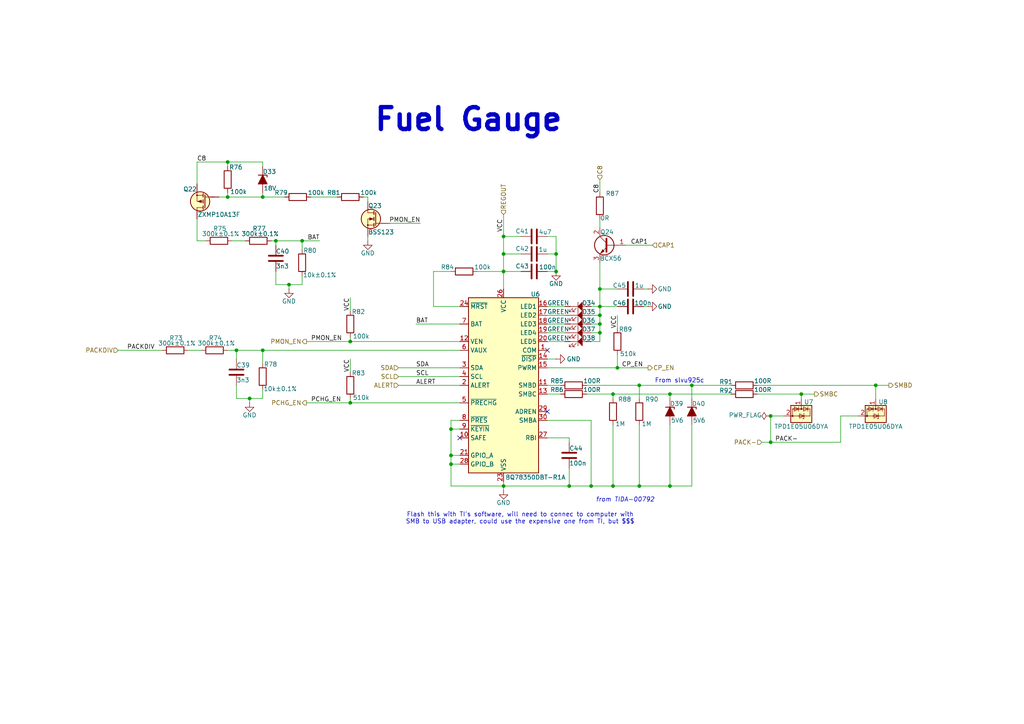
<source format=kicad_sch>
(kicad_sch (version 20250114) (generator "eeschema") (generator_version "9.0")
  (paper "A4")
  (lib_symbols
    (symbol "BSS123_1" (pin_numbers (hide yes)) (pin_names (hide yes))
      (property "Reference" "Q" (at 5.08 1.27 0))
      (property "Value" "BSS123" (at 5.08 -1.27 0))
      (symbol "BSS123_1_0_1"
        (polyline (pts (xy 0.254 1.905) (xy 0.254 -1.905)) (stroke (width 0.254)))
        (polyline (pts (xy 0.254 -1.27) (xy -2.54 -1.27)))
        (polyline (pts (xy 0.762 2.286) (xy 0.762 1.27)) (stroke (width 0.254)))
        (polyline (pts (xy 0.762 0.508) (xy 0.762 -0.508)) (stroke (width 0.254)))
        (polyline (pts (xy 0.762 -1.27) (xy 0.762 -2.286)) (stroke (width 0.254)))
        (polyline (pts (xy 0.762 -1.778) (xy 2.54 -1.778)))
        (polyline (pts (xy 1.016 0) (xy 2.032 0.381) (xy 2.032 -0.381) (xy 1.016 0)) (fill (type outline)))
        (circle (center 1.651 0) (radius 2.794) (stroke (width 0.254)) (fill (type background)))
        (polyline (pts (xy 2.54 2.54) (xy 2.54 1.778)))
        (polyline (pts (xy 2.54 1.778) (xy 0.762 1.778)))
        (circle (center 2.54 -1.778) (radius 0.1778) (fill (type outline)))
        (polyline (pts (xy 2.54 -2.54) (xy 2.54 0) (xy 0.762 0)))
      )
      (symbol "BSS123_1_1_1"
        (pin input line (at -3.81 -1.27 0) (length 2.54) (name "G") (number "1"))
        (pin passive line (at 2.54 5.08 270) (length 2.54) (name "D") (number "3"))
        (pin passive line (at 2.54 -5.08 90) (length 2.54) (name "S") (number "2"))
      )
    )
    (symbol "Battery_Management:BQ78350DBT-R1"
      (property "Reference" "U" (at -10.16 26.67 0))
      (property "Value" "BQ78350DBT-R1" (at 13.97 26.67 0))
      (symbol "BQ78350DBT-R1_0_1"
        (rectangle (start -10.16 25.4) (end 10.16 -25.4) (stroke (width 0.254)) (fill (type background)))
      )
      (symbol "BQ78350DBT-R1_1_1"
        (pin input line (at -12.7 22.86 0) (length 2.54) (name "~{MRST}") (number "24"))
        (pin input line (at -12.7 17.78 0) (length 2.54) (name "BAT") (number "7"))
        (pin open_collector line (at -12.7 12.7 0) (length 2.54) (name "VEN") (number "12"))
        (pin input line (at -12.7 10.16 0) (length 2.54) (name "VAUX") (number "6"))
        (pin bidirectional line (at -12.7 5.08 0) (length 2.54) (name "SDA") (number "3"))
        (pin output line (at -12.7 2.54 0) (length 2.54) (name "SCL") (number "4"))
        (pin bidirectional line (at -12.7 0 0) (length 2.54) (name "ALERT") (number "2"))
        (pin output line (at -12.7 -5.08 0) (length 2.54) (name "~{PRECHG}") (number "5"))
        (pin input line (at -12.7 -10.16 0) (length 2.54) (name "~{PRES}") (number "8"))
        (pin input line (at -12.7 -12.7 0) (length 2.54) (name "~{KEYIN}") (number "9"))
        (pin output line (at -12.7 -15.24 0) (length 2.54) (name "SAFE") (number "10"))
        (pin bidirectional line (at -12.7 -20.32 0) (length 2.54) (name "GPIO_A") (number "21"))
        (pin bidirectional line (at -12.7 -22.86 0) (length 2.54) (name "GPIO_B") (number "28"))
        (pin power_in line (at 0 27.94 270) (length 2.54) (name "VCC") (number "26"))
        (pin passive line (at 0 -27.94 90) (length 2.54) (hide yes) (name "VSS") (number "22"))
        (pin power_in line (at 0 -27.94 90) (length 2.54) (name "VSS") (number "23"))
        (pin passive line (at 0 -27.94 90) (length 2.54) (hide yes) (name "VSS") (number "25"))
        (pin output line (at 12.7 22.86 180) (length 2.54) (name "LED1") (number "16"))
        (pin output line (at 12.7 20.32 180) (length 2.54) (name "LED2") (number "17"))
        (pin output line (at 12.7 17.78 180) (length 2.54) (name "LED3") (number "18"))
        (pin output line (at 12.7 15.24 180) (length 2.54) (name "LED4") (number "19"))
        (pin output line (at 12.7 12.7 180) (length 2.54) (name "LED5") (number "20"))
        (pin open_collector line (at 12.7 10.16 180) (length 2.54) (name "COM") (number "1"))
        (pin input line (at 12.7 7.62 180) (length 2.54) (name "~{DISP}") (number "14"))
        (pin open_collector line (at 12.7 5.08 180) (length 2.54) (name "PWRM") (number "15"))
        (pin bidirectional line (at 12.7 0 180) (length 2.54) (name "SMBD") (number "11"))
        (pin bidirectional line (at 12.7 -2.54 180) (length 2.54) (name "SMBC") (number "13"))
        (pin output line (at 12.7 -7.62 180) (length 2.54) (name "ADREN") (number "29"))
        (pin input line (at 12.7 -10.16 180) (length 2.54) (name "SMBA") (number "30"))
        (pin passive line (at 12.7 -15.24 180) (length 2.54) (name "RBI") (number "27"))
      )
    )
    (symbol "Device:C" (pin_numbers (hide yes)) (pin_names (offset 0.254))
      (property "Reference" "C" (at 0.635 2.54 0))
      (property "Value" "C" (at 0.635 -2.54 0))
      (symbol "C_0_1"
        (polyline (pts (xy -2.032 0.762) (xy 2.032 0.762)) (stroke (width 0.508)))
        (polyline (pts (xy -2.032 -0.762) (xy 2.032 -0.762)) (stroke (width 0.508)))
      )
      (symbol "C_1_1"
        (pin passive line (at 0 3.81 270) (length 2.794) (name "~") (number "1"))
        (pin passive line (at 0 -3.81 90) (length 2.794) (name "~") (number "2"))
      )
    )
    (symbol "Device:D_Zener_Filled" (pin_numbers (hide yes)) (pin_names (offset 1.016) (hide yes))
      (property "Reference" "D" (at 0 2.54 0))
      (property "Value" "D_Zener_Filled" (at 0 -2.54 0))
      (symbol "D_Zener_Filled_0_1"
        (polyline (pts (xy -1.27 -1.27) (xy -1.27 1.27) (xy -0.762 1.27)) (stroke (width 0.254)))
        (polyline (pts (xy 1.27 0) (xy -1.27 0)))
        (polyline (pts (xy 1.27 -1.27) (xy 1.27 1.27) (xy -1.27 0) (xy 1.27 -1.27)) (stroke (width 0.254)) (fill (type outline)))
      )
      (symbol "D_Zener_Filled_1_1"
        (pin passive line (at -3.81 0 0) (length 2.54) (name "K") (number "1"))
        (pin passive line (at 3.81 0 180) (length 2.54) (name "A") (number "2"))
      )
    )
    (symbol "Device:R" (pin_numbers (hide yes)) (pin_names (offset 0))
      (property "Reference" "R" (at 2.032 0 90))
      (property "Value" "R" (at 0 0 90))
      (symbol "R_0_1"
        (rectangle (start -1.016 -2.54) (end 1.016 2.54) (stroke (width 0.254)))
      )
      (symbol "R_1_1"
        (pin passive line (at 0 3.81 270) (length 1.27) (name "~") (number "1"))
        (pin passive line (at 0 -3.81 90) (length 1.27) (name "~") (number "2"))
      )
    )
    (symbol "PCM_4ms_Power-symbol:PWR_FLAG" (power) (pin_numbers (hide yes)) (pin_names (offset 0) (hide yes))
      (property "Value" "PWR_FLAG" (at 0 3.81 0))
      (symbol "PWR_FLAG_0_0"
        (pin power_out line (at 0 0 90) (length 0) (name "pwr") (number "1"))
      )
      (symbol "PWR_FLAG_0_1"
        (polyline (pts (xy 0 0) (xy 0 1.27) (xy -1.016 1.905) (xy 0 2.54) (xy 1.016 1.905) (xy 0 1.27)))
      )
    )
    (symbol "PCM_SL_Devices:LED"
      (property "Reference" "D" (at -0.508 5.334 0))
      (property "Value" "LED" (at -0.508 2.794 0))
      (symbol "LED_0_1"
        (polyline (pts (xy -1.27 0) (xy -2.54 0)))
        (polyline (pts (xy 0 1.27) (xy 0 -1.27)))
        (polyline (pts (xy 0 0) (xy -1.27 -1.27) (xy -1.27 1.27) (xy 0 0) (xy 1.27 0)) (fill (type outline)))
        (polyline (pts (xy 0.508 0.508) (xy 1.524 1.524)))
        (polyline (pts (xy 1.27 0) (xy 2.54 0)))
        (polyline (pts (xy 1.524 1.524) (xy 0.889 1.524)))
        (polyline (pts (xy 1.524 1.524) (xy 1.524 0.889)))
        (polyline (pts (xy 1.524 0.508) (xy 2.54 1.524)))
        (polyline (pts (xy 2.54 1.524) (xy 1.905 1.524)))
        (polyline (pts (xy 2.54 1.524) (xy 2.54 0.889)))
      )
      (symbol "LED_1_1"
        (pin passive line (at -3.81 0 0) (length 1.5) (name "") (number "2"))
        (pin passive line (at 3.81 0 180) (length 1.5) (name "~") (number "1"))
      )
    )
    (symbol "Power_Protection:TPD1E05U06DYA" (pin_names (offset 0) (hide yes))
      (property "Reference" "U" (at -2.54 3.175 0))
      (property "Value" "TPD1E05U06DYA" (at 1.27 3.175 0))
      (symbol "TPD1E05U06DYA_0_1"
        (rectangle (start -3.048 1.905) (end 3.048 -3.048) (stroke (width 0.254)) (fill (type background)))
        (polyline (pts (xy -2.54 -2.032) (xy -2.54 0)))
        (polyline (pts (xy -1.905 -2.032) (xy -0.635 -1.397) (xy -0.635 -2.667) (xy -1.905 -2.032)))
        (polyline (pts (xy -1.905 -2.667) (xy -1.905 -1.397)))
        (polyline (pts (xy -1.016 0) (xy -2.54 0)))
        (polyline (pts (xy -0.762 0.762) (xy -0.762 0.762)))
        (polyline (pts (xy -0.762 0) (xy 0.508 0.635) (xy 0.508 -0.635) (xy -0.762 0)))
        (polyline (pts (xy -0.762 -0.762) (xy -0.762 0.762)))
        (polyline (pts (xy -0.635 -2.032) (xy -2.54 -2.032)))
        (polyline (pts (xy -0.635 -2.032) (xy 0.635 -2.032)))
        (polyline (pts (xy -0.381 0.762) (xy -0.762 0.762)))
        (circle (center 0 -2.032) (radius 0.2032) (fill (type outline)))
        (polyline (pts (xy 0 -2.54) (xy 0 -2.032)))
        (polyline (pts (xy 0.762 -2.032) (xy 2.032 -1.397) (xy 2.032 -2.667) (xy 0.762 -2.032)))
        (polyline (pts (xy 0.762 -2.667) (xy 0.762 -1.397)))
        (polyline (pts (xy 0.889 0) (xy -1.016 0)))
        (polyline (pts (xy 0.889 0) (xy -1.016 0)))
        (polyline (pts (xy 0.889 0) (xy 2.54 0)))
        (circle (center 2.54 0) (radius 0.2032) (fill (type outline)))
        (polyline (pts (xy 2.54 -2.032) (xy 0.635 -2.032)))
        (polyline (pts (xy 2.54 -2.032) (xy 0.635 -2.032)))
        (polyline (pts (xy 2.54 -2.032) (xy 2.54 0)))
      )
      (symbol "TPD1E05U06DYA_1_1"
        (pin passive line (at 0 -5.08 90) (length 2.54) (name "I/O") (number "1"))
        (pin power_in line (at 5.08 0 180) (length 2.54) (name "GND") (number "2"))
      )
    )
    (symbol "Transistor_BJT:BCX56" (pin_names (offset 0) (hide yes))
      (property "Reference" "Q" (at 5.08 1.905 0))
      (property "Value" "BCX56" (at 5.08 0 0))
      (symbol "BCX56_0_1"
        (polyline (pts (xy -2.54 0) (xy 0.635 0)))
        (polyline (pts (xy 0.635 1.905) (xy 0.635 -1.905)) (stroke (width 0.508)))
        (circle (center 1.27 0) (radius 2.8194) (stroke (width 0.254)))
      )
      (symbol "BCX56_1_1"
        (polyline (pts (xy 0.635 0.635) (xy 2.54 2.54)))
        (polyline (pts (xy 0.635 -0.635) (xy 2.54 -2.54)))
        (polyline (pts (xy 1.27 -1.778) (xy 1.778 -1.27) (xy 2.286 -2.286) (xy 1.27 -1.778)) (fill (type outline)))
        (pin input line (at -5.08 0 0) (length 2.54) (name "B") (number "1"))
        (pin passive line (at 2.54 5.08 270) (length 2.54) (name "C") (number "2"))
        (pin passive line (at 2.54 -5.08 90) (length 2.54) (name "E") (number "3"))
      )
    )
    (symbol "ZXMP10A13F_2" (pin_numbers (hide yes)) (pin_names (hide yes))
      (property "Reference" "Q" (at 5.08 1.27 0))
      (property "Value" "ZXMP10A13F" (at 5.08 -1.27 0))
      (symbol "ZXMP10A13F_2_0_1"
        (polyline (pts (xy 0.254 1.27) (xy -2.54 1.27)))
        (polyline (pts (xy 0.254 -1.905) (xy 0.254 1.905)) (stroke (width 0.254)))
        (polyline (pts (xy 0.762 1.778) (xy 2.54 1.778)))
        (polyline (pts (xy 0.762 1.27) (xy 0.762 2.286)) (stroke (width 0.254)))
        (polyline (pts (xy 0.762 -0.508) (xy 0.762 0.508)) (stroke (width 0.254)))
        (polyline (pts (xy 0.762 -1.778) (xy 2.54 -1.778)))
        (polyline (pts (xy 0.762 -2.286) (xy 0.762 -1.27)) (stroke (width 0.254)))
        (polyline (pts (xy 2.286 0) (xy 1.27 -0.381) (xy 1.27 0.381) (xy 2.286 0)) (fill (type outline)))
        (polyline (pts (xy 2.54 2.54) (xy 2.54 0) (xy 0.762 0)))
        (polyline (pts (xy 2.54 -2.54) (xy 2.54 -1.778)))
      )
      (symbol "ZXMP10A13F_2_1_1"
        (circle (center 1.651 0) (radius 2.794) (stroke (width 0.254)) (fill (type background)))
        (circle (center 2.54 1.778) (radius 0.1778) (fill (type outline)))
        (pin input line (at -3.81 1.27 0) (length 2.54) (name "G") (number "1"))
        (pin passive line (at 2.54 5.08 270) (length 2.54) (name "S") (number "2"))
        (pin passive line (at 2.54 -5.08 90) (length 2.54) (name "D") (number "3"))
      )
    )
    (symbol "power:GND" (power) (pin_numbers (hide yes)) (pin_names (offset 0) (hide yes))
      (property "Value" "GND" (at 0 -3.81 0))
      (symbol "GND_0_1"
        (polyline (pts (xy 0 0) (xy 0 -1.27) (xy 1.27 -1.27) (xy 0 -2.54) (xy -1.27 -1.27) (xy 0 -1.27)))
      )
      (symbol "GND_1_1"
        (pin power_in line (at 0 0 270) (length 0) (name "~") (number "1"))
      )
    )
  )
  (text "Fuel Gauge" (at 135.89 34.798 0) (effects (font (size 6.35 6.35) (thickness 1.27) (bold yes))))
  (text "Flash this with TI's software, will need to connec to computer with\nSMB to USB adapter, could use the expensive one from TI, but $$$" (at 150.876 150.368 0) (effects (font (size 1.27 1.27))))
  (text "From slvu925c" (at 197.104 110.49 0) (effects (font (size 1.27 1.27))))
  (text "from TIDA-00792" (at 181.356 145.034 0) (effects (font (size 1.27 1.27) (italic yes))))
  (junction (at 146.05 73.66))
  (junction (at 83.82 82.55))
  (junction (at 173.99 83.82))
  (junction (at 185.42 140.97))
  (junction (at 161.29 78.74))
  (junction (at 130.81 134.62))
  (junction (at 101.6 99.06))
  (junction (at 80.01 69.85))
  (junction (at 101.6 116.84))
  (junction (at 173.99 88.9))
  (junction (at 254 111.76))
  (junction (at 87.63 69.85))
  (junction (at 72.39 115.57))
  (junction (at 146.05 78.74))
  (junction (at 177.8 140.97))
  (junction (at 76.2 101.6))
  (junction (at 146.05 140.97))
  (junction (at 177.8 114.3))
  (junction (at 68.58 101.6))
  (junction (at 161.29 73.66))
  (junction (at 130.81 124.46))
  (junction (at 146.05 68.58))
  (junction (at 173.99 93.98))
  (junction (at 200.66 111.76))
  (junction (at 194.31 114.3))
  (junction (at 173.99 91.44))
  (junction (at 66.04 46.99))
  (junction (at 223.52 120.65))
  (junction (at 223.52 128.27))
  (junction (at 171.45 140.97))
  (junction (at 165.1 140.97))
  (junction (at 194.31 140.97))
  (junction (at 76.2 57.15))
  (junction (at 232.41 114.3))
  (junction (at 66.04 57.15))
  (junction (at 179.07 106.68))
  (junction (at 130.81 132.08))
  (junction (at 173.99 96.52))
  (junction (at 185.42 111.76))
  (no_connect (at 158.75 101.6))
  (no_connect (at 133.35 127))
  (no_connect (at 158.75 119.38))
  (wire (pts (xy 34.29 101.6) (xy 46.99 101.6)))
  (wire (pts (xy 88.9 99.06) (xy 101.6 99.06)))
  (wire (pts (xy 173.99 63.5) (xy 173.99 66.04)))
  (wire (pts (xy 101.6 99.06) (xy 133.35 99.06)))
  (wire (pts (xy 115.57 109.22) (xy 133.35 109.22)))
  (wire (pts (xy 101.6 97.79) (xy 101.6 99.06)))
  (wire (pts (xy 130.81 134.62) (xy 130.81 140.97)))
  (wire (pts (xy 66.04 46.99) (xy 57.15 46.99)))
  (wire (pts (xy 200.66 111.76) (xy 212.09 111.76)))
  (wire (pts (xy 161.29 68.58) (xy 161.29 73.66)))
  (wire (pts (xy 173.99 99.06) (xy 173.99 96.52)))
  (wire (pts (xy 125.73 78.74) (xy 125.73 88.9)))
  (wire (pts (xy 66.04 57.15) (xy 76.2 57.15)))
  (wire (pts (xy 76.2 48.26) (xy 76.2 46.99)))
  (wire (pts (xy 80.01 78.74) (xy 80.01 82.55)))
  (wire (pts (xy 106.68 57.15) (xy 106.68 58.42)))
  (wire (pts (xy 171.45 93.98) (xy 173.99 93.98)))
  (wire (pts (xy 57.15 63.5) (xy 57.15 69.85)))
  (wire (pts (xy 158.75 68.58) (xy 161.29 68.58)))
  (wire (pts (xy 173.99 83.82) (xy 179.07 83.82)))
  (wire (pts (xy 254 111.76) (xy 257.81 111.76)))
  (wire (pts (xy 171.45 140.97) (xy 177.8 140.97)))
  (wire (pts (xy 146.05 62.23) (xy 146.05 68.58)))
  (wire (pts (xy 177.8 114.3) (xy 177.8 115.57)))
  (wire (pts (xy 158.75 106.68) (xy 179.07 106.68)))
  (wire (pts (xy 177.8 114.3) (xy 194.31 114.3)))
  (wire (pts (xy 173.99 88.9) (xy 179.07 88.9)))
  (wire (pts (xy 101.6 116.84) (xy 133.35 116.84)))
  (wire (pts (xy 171.45 96.52) (xy 173.99 96.52)))
  (wire (pts (xy 87.63 80.01) (xy 87.63 82.55)))
  (wire (pts (xy 186.69 83.82) (xy 187.96 83.82)))
  (wire (pts (xy 170.18 114.3) (xy 177.8 114.3)))
  (wire (pts (xy 130.81 124.46) (xy 130.81 132.08)))
  (wire (pts (xy 130.81 140.97) (xy 146.05 140.97)))
  (wire (pts (xy 68.58 115.57) (xy 72.39 115.57)))
  (wire (pts (xy 161.29 73.66) (xy 161.29 78.74)))
  (wire (pts (xy 68.58 101.6) (xy 76.2 101.6)))
  (wire (pts (xy 80.01 82.55) (xy 83.82 82.55)))
  (wire (pts (xy 219.71 114.3) (xy 232.41 114.3)))
  (wire (pts (xy 68.58 101.6) (xy 68.58 104.14)))
  (wire (pts (xy 115.57 106.68) (xy 133.35 106.68)))
  (wire (pts (xy 194.31 140.97) (xy 200.66 140.97)))
  (wire (pts (xy 158.75 99.06) (xy 163.83 99.06)))
  (wire (pts (xy 101.6 86.36) (xy 101.6 90.17)))
  (wire (pts (xy 54.61 101.6) (xy 58.42 101.6)))
  (wire (pts (xy 179.07 95.25) (xy 179.07 91.44)))
  (wire (pts (xy 185.42 111.76) (xy 200.66 111.76)))
  (wire (pts (xy 243.84 120.65) (xy 248.92 120.65)))
  (wire (pts (xy 146.05 78.74) (xy 151.13 78.74)))
  (wire (pts (xy 76.2 101.6) (xy 76.2 105.41)))
  (wire (pts (xy 130.81 121.92) (xy 130.81 124.46)))
  (wire (pts (xy 146.05 68.58) (xy 146.05 73.66)))
  (wire (pts (xy 158.75 91.44) (xy 163.83 91.44)))
  (wire (pts (xy 146.05 140.97) (xy 165.1 140.97)))
  (wire (pts (xy 186.69 88.9) (xy 187.96 88.9)))
  (wire (pts (xy 165.1 135.89) (xy 165.1 140.97)))
  (wire (pts (xy 179.07 106.68) (xy 187.96 106.68)))
  (wire (pts (xy 72.39 115.57) (xy 72.39 116.84)))
  (wire (pts (xy 125.73 78.74) (xy 130.81 78.74)))
  (wire (pts (xy 101.6 104.14) (xy 101.6 107.95)))
  (wire (pts (xy 219.71 111.76) (xy 254 111.76)))
  (wire (pts (xy 194.31 114.3) (xy 194.31 115.57)))
  (wire (pts (xy 185.42 111.76) (xy 185.42 115.57)))
  (wire (pts (xy 223.52 128.27) (xy 243.84 128.27)))
  (wire (pts (xy 66.04 55.88) (xy 66.04 57.15)))
  (wire (pts (xy 106.68 68.58) (xy 106.68 69.85)))
  (wire (pts (xy 158.75 121.92) (xy 171.45 121.92)))
  (wire (pts (xy 243.84 120.65) (xy 243.84 128.27)))
  (wire (pts (xy 173.99 96.52) (xy 173.99 93.98)))
  (wire (pts (xy 171.45 91.44) (xy 173.99 91.44)))
  (wire (pts (xy 158.75 114.3) (xy 162.56 114.3)))
  (wire (pts (xy 158.75 96.52) (xy 163.83 96.52)))
  (wire (pts (xy 223.52 120.65) (xy 223.52 128.27)))
  (wire (pts (xy 146.05 68.58) (xy 151.13 68.58)))
  (wire (pts (xy 173.99 52.07) (xy 173.99 55.88)))
  (wire (pts (xy 171.45 88.9) (xy 173.99 88.9)))
  (wire (pts (xy 170.18 111.76) (xy 185.42 111.76)))
  (wire (pts (xy 76.2 57.15) (xy 82.55 57.15)))
  (wire (pts (xy 158.75 127) (xy 165.1 127)))
  (wire (pts (xy 173.99 83.82) (xy 173.99 88.9)))
  (wire (pts (xy 158.75 78.74) (xy 161.29 78.74)))
  (wire (pts (xy 146.05 78.74) (xy 146.05 83.82)))
  (wire (pts (xy 83.82 82.55) (xy 87.63 82.55)))
  (wire (pts (xy 220.98 128.27) (xy 223.52 128.27)))
  (wire (pts (xy 158.75 93.98) (xy 163.83 93.98)))
  (wire (pts (xy 66.04 46.99) (xy 66.04 48.26)))
  (wire (pts (xy 76.2 101.6) (xy 133.35 101.6)))
  (wire (pts (xy 227.33 120.65) (xy 223.52 120.65)))
  (wire (pts (xy 173.99 91.44) (xy 173.99 88.9)))
  (wire (pts (xy 78.74 69.85) (xy 80.01 69.85)))
  (wire (pts (xy 185.42 123.19) (xy 185.42 140.97)))
  (wire (pts (xy 194.31 114.3) (xy 212.09 114.3)))
  (wire (pts (xy 173.99 93.98) (xy 173.99 91.44)))
  (wire (pts (xy 90.17 57.15) (xy 97.79 57.15)))
  (wire (pts (xy 130.81 132.08) (xy 133.35 132.08)))
  (wire (pts (xy 63.5 57.15) (xy 66.04 57.15)))
  (wire (pts (xy 115.57 111.76) (xy 133.35 111.76)))
  (wire (pts (xy 57.15 69.85) (xy 59.69 69.85)))
  (wire (pts (xy 254 111.76) (xy 254 115.57)))
  (wire (pts (xy 232.41 114.3) (xy 232.41 115.57)))
  (wire (pts (xy 146.05 139.7) (xy 146.05 140.97)))
  (wire (pts (xy 68.58 111.76) (xy 68.58 115.57)))
  (wire (pts (xy 171.45 121.92) (xy 171.45 140.97)))
  (wire (pts (xy 179.07 102.87) (xy 179.07 106.68)))
  (wire (pts (xy 232.41 114.3) (xy 236.22 114.3)))
  (wire (pts (xy 130.81 132.08) (xy 130.81 134.62)))
  (wire (pts (xy 146.05 73.66) (xy 146.05 78.74)))
  (wire (pts (xy 87.63 69.85) (xy 87.63 72.39)))
  (wire (pts (xy 76.2 46.99) (xy 66.04 46.99)))
  (wire (pts (xy 138.43 78.74) (xy 146.05 78.74)))
  (wire (pts (xy 158.75 104.14) (xy 161.29 104.14)))
  (wire (pts (xy 177.8 123.19) (xy 177.8 140.97)))
  (wire (pts (xy 57.15 46.99) (xy 57.15 53.34)))
  (wire (pts (xy 88.9 116.84) (xy 101.6 116.84)))
  (wire (pts (xy 189.23 71.12) (xy 181.61 71.12)))
  (wire (pts (xy 158.75 73.66) (xy 161.29 73.66)))
  (wire (pts (xy 125.73 88.9) (xy 133.35 88.9)))
  (wire (pts (xy 200.66 123.19) (xy 200.66 140.97)))
  (wire (pts (xy 105.41 57.15) (xy 106.68 57.15)))
  (wire (pts (xy 80.01 69.85) (xy 80.01 71.12)))
  (wire (pts (xy 146.05 140.97) (xy 146.05 142.24)))
  (wire (pts (xy 113.03 64.77) (xy 121.92 64.77)))
  (wire (pts (xy 158.75 111.76) (xy 162.56 111.76)))
  (wire (pts (xy 130.81 134.62) (xy 133.35 134.62)))
  (wire (pts (xy 165.1 127) (xy 165.1 128.27)))
  (wire (pts (xy 66.04 101.6) (xy 68.58 101.6)))
  (wire (pts (xy 83.82 82.55) (xy 83.82 83.82)))
  (wire (pts (xy 171.45 99.06) (xy 173.99 99.06)))
  (wire (pts (xy 185.42 140.97) (xy 194.31 140.97)))
  (wire (pts (xy 120.65 93.98) (xy 133.35 93.98)))
  (wire (pts (xy 76.2 55.88) (xy 76.2 57.15)))
  (wire (pts (xy 194.31 123.19) (xy 194.31 140.97)))
  (wire (pts (xy 133.35 124.46) (xy 130.81 124.46)))
  (wire (pts (xy 87.63 69.85) (xy 92.71 69.85)))
  (wire (pts (xy 67.31 69.85) (xy 71.12 69.85)))
  (wire (pts (xy 177.8 140.97) (xy 185.42 140.97)))
  (wire (pts (xy 165.1 140.97) (xy 171.45 140.97)))
  (wire (pts (xy 173.99 76.2) (xy 173.99 83.82)))
  (wire (pts (xy 200.66 111.76) (xy 200.66 115.57)))
  (wire (pts (xy 158.75 88.9) (xy 163.83 88.9)))
  (wire (pts (xy 101.6 115.57) (xy 101.6 116.84)))
  (wire (pts (xy 146.05 73.66) (xy 151.13 73.66)))
  (wire (pts (xy 133.35 121.92) (xy 130.81 121.92)))
  (wire (pts (xy 72.39 115.57) (xy 76.2 115.57)))
  (wire (pts (xy 80.01 69.85) (xy 87.63 69.85)))
  (wire (pts (xy 76.2 113.03) (xy 76.2 115.57)))
  (label "C8" (at 173.99 53.34 270))
  (label "ALERT" (at 120.65 111.76 0))
  (label "VCC" (at 179.07 91.44 270))
  (label "BAT" (at 120.65 93.98 0))
  (label "PMON_EN" (at 121.92 64.77 180))
  (label "C8" (at 57.15 46.99 0))
  (label "VCC" (at 101.6 104.14 270))
  (label "PCHG_EN" (at 90.17 116.84 0))
  (label "VCC" (at 101.6 86.36 270))
  (label "SDA" (at 120.65 106.68 0))
  (label "PACKDIV" (at 36.83 101.6 0))
  (label "VCC" (at 146.05 67.31 90))
  (label "SCL" (at 120.65 109.22 0))
  (label "CAP1" (at 187.96 71.12 180))
  (label "CP_EN" (at 180.34 106.68 0))
  (label "BAT" (at 92.71 69.85 180))
  (label "PMON_EN" (at 90.17 99.06 0))
  (label "PACK-" (at 224.79 128.27 0))
  (hierarchical_label "CP_EN" (shape output) (at 187.96 106.68 0))
  (hierarchical_label "SMBC" (shape output) (at 236.22 114.3 0))
  (hierarchical_label "REGOUT" (shape input) (at 146.05 62.23 90))
  (hierarchical_label "SMBD" (shape output) (at 257.81 111.76 0))
  (hierarchical_label "PACK-" (shape input) (at 220.98 128.27 180))
  (hierarchical_label "PMON_EN" (shape output) (at 88.9 99.06 180))
  (hierarchical_label "PACKDIV" (shape input) (at 34.29 101.6 180))
  (hierarchical_label "ALERT" (shape input) (at 115.57 111.76 180))
  (hierarchical_label "CAP1" (shape input) (at 189.23 71.12 0))
  (hierarchical_label "PCHG_EN" (shape output) (at 88.9 116.84 180))
  (hierarchical_label "C8" (shape input) (at 173.99 52.07 90))
  (hierarchical_label "SDA" (shape input) (at 115.57 106.68 180))
  (hierarchical_label "SCL" (shape input) (at 115.57 109.22 180))
  (symbol (lib_id "power:GND") (at 187.96 88.9 90) (mirror x) (unit 1)
    (property "Reference" "#PWR042" (effects (hide yes)))
    (property "Value" "GND" (at 190.754 88.9 90) (effects (justify right)))
    (property "Description" "Power symbol creates a global label with name \"GND\" , ground" (effects (hide yes)))
  )
  (symbol (lib_id "Device:R") (at 50.8 101.6 90) (unit 1)
    (property "Reference" "R73" (at 51.054 98.044 90))
    (property "Value" "300k±0.1%" (at 51.308 99.568 90))
    (property "Description" "Resistor" (effects (hide yes)))
  )
  (symbol (lib_id "Device:D_Zener_Filled") (at 200.66 119.38 270) (unit 1)
    (property "Reference" "D40" (at 200.66 117.094 90) (effects (justify left)))
    (property "Value" "5V6" (at 200.914 121.92 90) (effects (justify left)))
    (property "Description" "Zener diode, filled shape" (effects (hide yes)))
  )
  (symbol (lib_id "Battery_Management:BQ78350DBT-R1") (at 146.05 111.76 0) (unit 1)
    (property "Reference" "U6" (at 153.924 85.344 0) (effects (justify left)))
    (property "Value" "BQ78350DBT-R1A" (at 146.558 138.43 0) (effects (justify left)))
    (property "Footprint" "Package_SO:TSSOP-30_4.4x7.8mm_P0.5mm" (effects (hide yes)))
    (property "Datasheet" "http://www.ti.com/lit/ds/symlink/bq78350-r1.pdf" (effects (hide yes)))
    (property "Description" "Lithium battery fuel gauge, battery management controller for BQ769x0, TSSOP-30" (effects (hide yes)))
  )
  (symbol (lib_id "Device:C") (at 165.1 132.08 0) (unit 1)
    (property "Reference" "C44" (at 165.1 130.048 0) (effects (justify left)))
    (property "Value" "100n" (at 165.1 134.366 0) (effects (justify left)))
    (property "Description" "Unpolarized capacitor" (effects (hide yes)))
  )
  (symbol (lib_id "Device:R") (at 101.6 57.15 90) (unit 1)
    (property "Reference" "R81" (at 96.774 55.88 90))
    (property "Value" "100k" (at 106.934 55.88 90))
    (property "Description" "Resistor" (effects (hide yes)))
  )
  (symbol (lib_id "Device:C") (at 154.94 68.58 90) (unit 1)
    (property "Reference" "C41" (at 153.416 67.056 90) (effects (justify left)))
    (property "Value" "4u7" (at 160.02 67.31 90) (effects (justify left)))
    (property "Description" "Unpolarized capacitor" (effects (hide yes)))
  )
  (symbol (lib_id "Power_Protection:TPD1E05U06DYA") (at 232.41 120.65 180) (unit 1)
    (property "Reference" "U7" (at 233.172 116.586 0) (effects (justify right)))
    (property "Value" "TPD1E05U06DYA" (at 224.536 123.698 0) (effects (justify right)))
    (property "Footprint" "Diode_SMD:D_SOD-523" (effects (hide yes)))
    (property "Datasheet" "https://www.ti.com/lit/ds/symlink/tpd1e05u06.pdf" (effects (hide yes)))
    (property "Description" "1-Channel ESD Protection for Super-Speed USB 3.0 Interface, SOD-523" (effects (hide yes)))
  )
  (symbol (lib_id "Device:R") (at 86.36 57.15 90) (unit 1)
    (property "Reference" "R79" (at 81.534 55.88 90))
    (property "Value" "100k" (at 91.694 55.88 90))
    (property "Description" "Resistor" (effects (hide yes)))
  )
  (symbol (lib_id "Device:R") (at 74.93 69.85 90) (unit 1)
    (property "Reference" "R77" (at 75.184 66.294 90))
    (property "Value" "300k±0.1%" (at 75.438 67.818 90))
    (property "Description" "Resistor" (effects (hide yes)))
  )
  (symbol (lib_id "power:GND") (at 161.29 78.74 0) (unit 1)
    (property "Reference" "#PWR039" (effects (hide yes)))
    (property "Value" "GND" (at 163.322 82.296 0) (effects (justify right)))
    (property "Description" "Power symbol creates a global label with name \"GND\" , ground" (effects (hide yes)))
  )
  (symbol (lib_id "PCM_SL_Devices:LED") (at 167.64 91.44 180) (unit 1)
    (property "Reference" "D35" (at 172.72 90.424 0) (effects (justify left)))
    (property "Value" "GREEN" (at 165.1 90.424 0) (effects (justify left)))
    (property "Footprint" "PCM_Diode_SMD_AKL:D_0805_2012Metric" (effects (hide yes)))
    (property "Description" "Common 5mm diameter LED" (effects (hide yes)))
  )
  (symbol (lib_id "Device:C") (at 182.88 88.9 90) (unit 1)
    (property "Reference" "C46" (at 181.61 87.884 90) (effects (justify left)))
    (property "Value" "100n" (at 188.976 87.884 90) (effects (justify left)))
    (property "Description" "Unpolarized capacitor" (effects (hide yes)))
  )
  (symbol (lib_id "Device:R") (at 173.99 59.69 180) (unit 1)
    (property "Reference" "R87" (at 179.578 56.134 0) (effects (justify left)))
    (property "Value" "0R" (at 176.784 63.246 0) (effects (justify left)))
    (property "Description" "Resistor" (effects (hide yes)))
  )
  (symbol (lib_id "Device:C") (at 68.58 107.95 0) (unit 1)
    (property "Reference" "C39" (at 68.58 105.918 0) (effects (justify left)))
    (property "Value" "3n3" (at 68.58 110.236 0) (effects (justify left)))
    (property "Description" "Unpolarized capacitor" (effects (hide yes)))
  )
  (symbol (lib_id "Device:R") (at 166.37 111.76 90) (unit 1)
    (property "Reference" "R85" (at 161.544 110.49 90))
    (property "Value" "100R" (at 171.704 110.49 90))
    (property "Description" "Resistor" (effects (hide yes)))
  )
  (symbol (lib_id "Device:R") (at 101.6 111.76 180) (unit 1)
    (property "Reference" "R83" (at 105.918 108.204 0) (effects (justify left)))
    (property "Value" "510k" (at 107.188 115.316 0) (effects (justify left)))
    (property "Description" "Resistor" (effects (hide yes)))
  )
  (symbol (lib_id "Device:R") (at 87.63 76.2 180) (unit 1)
    (property "Reference" "R80" (at 89.916 72.644 0))
    (property "Value" "10k±0.1%" (at 92.71 79.756 0))
    (property "Description" "Resistor" (effects (hide yes)))
  )
  (symbol (lib_id "Device:R") (at 76.2 109.22 180) (unit 1)
    (property "Reference" "R78" (at 78.486 105.664 0))
    (property "Value" "10k±0.1%" (at 81.28 112.776 0))
    (property "Description" "Resistor" (effects (hide yes)))
  )
  (symbol (lib_id "power:GND") (at 106.68 69.85 0) (unit 1)
    (property "Reference" "#PWR037" (effects (hide yes)))
    (property "Value" "GND" (at 108.712 73.406 0) (effects (justify right)))
    (property "Description" "Power symbol creates a global label with name \"GND\" , ground" (effects (hide yes)))
  )
  (symbol (lib_id "Device:R") (at 134.62 78.74 90) (unit 1)
    (property "Reference" "R84" (at 129.794 77.47 90))
    (property "Value" "100k" (at 139.954 77.47 90))
    (property "Description" "Resistor" (effects (hide yes)))
  )
  (symbol (lib_id "Device:R") (at 177.8 119.38 180) (unit 1)
    (property "Reference" "R88" (at 183.134 115.824 0) (effects (justify left)))
    (property "Value" "1M" (at 181.356 122.936 0) (effects (justify left)))
    (property "Description" "Resistor" (effects (hide yes)))
  )
  (symbol (lib_id "Device:D_Zener_Filled") (at 194.31 119.38 270) (unit 1)
    (property "Reference" "D39" (at 194.31 117.094 90) (effects (justify left)))
    (property "Value" "5V6" (at 194.564 121.92 90) (effects (justify left)))
    (property "Description" "Zener diode, filled shape" (effects (hide yes)))
  )
  (symbol (lib_id "PCM_SL_Devices:LED") (at 167.64 96.52 180) (unit 1)
    (property "Reference" "D37" (at 172.72 95.504 0) (effects (justify left)))
    (property "Value" "GREEN" (at 165.1 95.504 0) (effects (justify left)))
    (property "Footprint" "PCM_Diode_SMD_AKL:D_0805_2012Metric" (effects (hide yes)))
    (property "Description" "Common 5mm diameter LED" (effects (hide yes)))
  )
  (symbol (lib_id "PCM_4ms_Power-symbol:PWR_FLAG") (at 223.52 120.65 90) (unit 1)
    (property "Reference" "#FLG06" (effects (hide yes)))
    (property "Value" "PWR_FLAG" (at 220.98 120.396 90) (effects (justify left)))
  )
  (symbol (lib_id "Power_Protection:TPD1E05U06DYA") (at 254 120.65 180) (unit 1)
    (property "Reference" "U8" (at 254.762 116.586 0) (effects (justify right)))
    (property "Value" "TPD1E05U06DYA" (at 246.126 123.698 0) (effects (justify right)))
    (property "Footprint" "Diode_SMD:D_SOD-523" (effects (hide yes)))
    (property "Datasheet" "https://www.ti.com/lit/ds/symlink/tpd1e05u06.pdf" (effects (hide yes)))
    (property "Description" "1-Channel ESD Protection for Super-Speed USB 3.0 Interface, SOD-523" (effects (hide yes)))
  )
  (symbol (lib_id "PCM_SL_Devices:LED") (at 167.64 88.9 180) (unit 1)
    (property "Reference" "D34" (at 172.72 87.884 0) (effects (justify left)))
    (property "Value" "GREEN" (at 165.1 87.884 0) (effects (justify left)))
    (property "Footprint" "PCM_Diode_SMD_AKL:D_0805_2012Metric" (effects (hide yes)))
    (property "Description" "Common 5mm diameter LED" (effects (hide yes)))
  )
  (symbol (lib_id "Transistor_BJT:BCX56") (at 176.53 71.12 0) (mirror y) (unit 1)
    (property "Reference" "Q24" (at 178.054 67.31 0) (effects (justify left)))
    (property "Value" "BCX56" (at 180.34 74.93 0) (effects (justify left)))
    (property "Footprint" "Package_TO_SOT_SMD:SOT-89-3" (effects (hide yes)))
    (property "Datasheet" "https://www.nxp.com/docs/en/data-sheet/BCP56_BCX56_BC56PA.pdf" (effects (hide yes)))
    (property "Description" "1A Ic, 80V Vce, NPN Medium Power Transistor, SOT-89" (effects (hide yes)))
  )
  (symbol (lib_id "Device:D_Zener_Filled") (at 76.2 52.07 270) (unit 1)
    (property "Reference" "D33" (at 76.2 49.784 90) (effects (justify left)))
    (property "Value" "18V" (at 76.454 54.61 90) (effects (justify left)))
    (property "Description" "Zener diode, filled shape" (effects (hide yes)))
  )
  (symbol (lib_id "Device:C") (at 80.01 74.93 0) (unit 1)
    (property "Reference" "C40" (at 80.01 72.898 0) (effects (justify left)))
    (property "Value" "3n3" (at 80.01 77.216 0) (effects (justify left)))
    (property "Description" "Unpolarized capacitor" (effects (hide yes)))
  )
  (symbol (lib_id "Device:C") (at 154.94 73.66 90) (unit 1)
    (property "Reference" "C42" (at 153.416 72.136 90) (effects (justify left)))
    (property "Value" "1u" (at 158.75 72.39 90) (effects (justify left)))
    (property "Description" "Unpolarized capacitor" (effects (hide yes)))
  )
  (symbol (lib_id "Device:R") (at 63.5 69.85 90) (unit 1)
    (property "Reference" "R75" (at 63.754 66.294 90))
    (property "Value" "300k±0.1%" (at 64.008 67.818 90))
    (property "Description" "Resistor" (effects (hide yes)))
  )
  (symbol (lib_id "Device:R") (at 166.37 114.3 90) (unit 1)
    (property "Reference" "R86" (at 161.544 113.03 90))
    (property "Value" "100R" (at 171.704 113.03 90))
    (property "Description" "Resistor" (effects (hide yes)))
  )
  (symbol (lib_id "power:GND") (at 146.05 142.24 0) (unit 1)
    (property "Reference" "#PWR038" (effects (hide yes)))
    (property "Value" "GND" (at 148.082 145.796 0) (effects (justify right)))
    (property "Description" "Power symbol creates a global label with name \"GND\" , ground" (effects (hide yes)))
  )
  (symbol (lib_id "power:GND") (at 161.29 104.14 90) (unit 1)
    (property "Reference" "#PWR040" (effects (hide yes)))
    (property "Value" "GND" (at 164.338 104.14 90) (effects (justify right)))
    (property "Description" "Power symbol creates a global label with name \"GND\" , ground" (effects (hide yes)))
  )
  (symbol (lib_id "Device:R") (at 66.04 52.07 180) (unit 1)
    (property "Reference" "R76" (at 70.358 48.514 0) (effects (justify left)))
    (property "Value" "100k" (at 71.628 55.626 0) (effects (justify left)))
    (property "Description" "Resistor" (effects (hide yes)))
  )
  (symbol (lib_id "Device:C") (at 154.94 78.74 90) (unit 1)
    (property "Reference" "C43" (at 153.416 77.216 90) (effects (justify left)))
    (property "Value" "100n" (at 161.29 77.47 90) (effects (justify left)))
    (property "Description" "Unpolarized capacitor" (effects (hide yes)))
  )
  (symbol (lib_id "Device:R") (at 101.6 93.98 180) (unit 1)
    (property "Reference" "R82" (at 105.918 90.424 0) (effects (justify left)))
    (property "Value" "100k" (at 107.188 97.536 0) (effects (justify left)))
    (property "Description" "Resistor" (effects (hide yes)))
  )
  (symbol (lib_id "Device:R") (at 179.07 99.06 180) (unit 1)
    (property "Reference" "R89" (at 183.388 95.504 0) (effects (justify left)))
    (property "Value" "510k" (at 184.658 102.616 0) (effects (justify left)))
    (property "Description" "Resistor" (effects (hide yes)))
  )
  (symbol (lib_id "Device:R") (at 215.9 114.3 90) (unit 1)
    (property "Reference" "R92" (at 210.566 113.284 90))
    (property "Value" "100R" (at 221.234 113.03 90))
    (property "Description" "Resistor" (effects (hide yes)))
  )
  (symbol (lib_name "ZXMP10A13F_2") (lib_id "PCM_Transistor_MOSFET_AKL:ZXMP10A13F") (at 59.69 58.42 0) (mirror y) (unit 1)
    (property "Reference" "Q22" (at 55.118 54.864 0))
    (property "Value" "ZXMP10A13F" (at 63.5 62.23 0))
    (property "Footprint" "PCM_Package_TO_SOT_SMD_AKL:SOT-23" (effects (hide yes)))
    (property "Datasheet" "https://www.tme.eu/Document/71caec234188a0900f7c4ed77bf796be/ZXMP10A13F.pdf" (effects (hide yes)))
    (property "Description" "SOT-23 P-MOSFET enchancement mode transistor, 100V, 0.7A, 625mW, Alternate KiCAD Library" (effects (hide yes)))
  )
  (symbol (lib_name "BSS123_1") (lib_id "PCM_Transistor_MOSFET_AKL:BSS123") (at 109.22 63.5 0) (mirror y) (unit 1)
    (property "Reference" "Q23" (at 110.744 59.69 0) (effects (justify left)))
    (property "Value" "BSS123" (at 114.3 67.31 0) (effects (justify left)))
    (property "Footprint" "PCM_Package_TO_SOT_SMD_AKL:SOT-23" (effects (hide yes)))
    (property "Datasheet" "https://www.tme.eu/Document/ad8ba97d41c3fa59dd12a838ef660cd2/BSS123-FAI.pdf" (effects (hide yes)))
    (property "Description" "SOT-23 N-MOSFET enchancement mode transistor, 100V, 170mA, 360mW, Alternate KiCAD Library" (effects (hide yes)))
  )
  (symbol (lib_id "Device:R") (at 185.42 119.38 180) (unit 1)
    (property "Reference" "R90" (at 191.008 115.824 0) (effects (justify left)))
    (property "Value" "1M" (at 188.976 122.936 0) (effects (justify left)))
    (property "Description" "Resistor" (effects (hide yes)))
  )
  (symbol (lib_id "Device:C") (at 182.88 83.82 90) (unit 1)
    (property "Reference" "C45" (at 181.61 82.804 90) (effects (justify left)))
    (property "Value" "1u" (at 186.69 82.804 90) (effects (justify left)))
    (property "Description" "Unpolarized capacitor" (effects (hide yes)))
  )
  (symbol (lib_id "Device:R") (at 215.9 111.76 90) (unit 1)
    (property "Reference" "R91" (at 210.566 110.744 90))
    (property "Value" "100R" (at 221.234 110.49 90))
    (property "Description" "Resistor" (effects (hide yes)))
  )
  (symbol (lib_id "power:GND") (at 83.82 83.82 0) (unit 1)
    (property "Reference" "#PWR036" (effects (hide yes)))
    (property "Value" "GND" (at 85.852 87.376 0) (effects (justify right)))
    (property "Description" "Power symbol creates a global label with name \"GND\" , ground" (effects (hide yes)))
  )
  (symbol (lib_id "Device:R") (at 62.23 101.6 90) (unit 1)
    (property "Reference" "R74" (at 62.484 98.044 90))
    (property "Value" "300k±0.1%" (at 62.738 99.568 90))
    (property "Description" "Resistor" (effects (hide yes)))
  )
  (symbol (lib_id "PCM_SL_Devices:LED") (at 167.64 99.06 180) (unit 1)
    (property "Reference" "D38" (at 172.72 98.044 0) (effects (justify left)))
    (property "Value" "GREEN" (at 165.1 98.044 0) (effects (justify left)))
    (property "Footprint" "PCM_Diode_SMD_AKL:D_0805_2012Metric" (effects (hide yes)))
    (property "Description" "Common 5mm diameter LED" (effects (hide yes)))
  )
  (symbol (lib_id "power:GND") (at 187.96 83.82 90) (mirror x) (unit 1)
    (property "Reference" "#PWR041" (effects (hide yes)))
    (property "Value" "GND" (at 190.754 83.82 90) (effects (justify right)))
    (property "Description" "Power symbol creates a global label with name \"GND\" , ground" (effects (hide yes)))
  )
  (symbol (lib_id "power:GND") (at 72.39 116.84 0) (unit 1)
    (property "Reference" "#PWR035" (effects (hide yes)))
    (property "Value" "GND" (at 74.422 120.396 0) (effects (justify right)))
    (property "Description" "Power symbol creates a global label with name \"GND\" , ground" (effects (hide yes)))
  )
  (symbol (lib_id "PCM_SL_Devices:LED") (at 167.64 93.98 180) (unit 1)
    (property "Reference" "D36" (at 172.72 92.964 0) (effects (justify left)))
    (property "Value" "GREEN" (at 165.1 92.964 0) (effects (justify left)))
    (property "Footprint" "PCM_Diode_SMD_AKL:D_0805_2012Metric" (effects (hide yes)))
    (property "Description" "Common 5mm diameter LED" (effects (hide yes)))
  )
)
</source>
